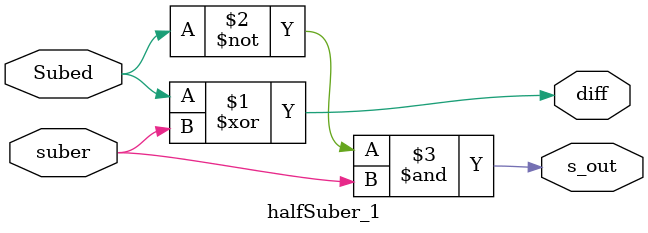
<source format=v>
module halfSuber_1 (
    input wire Subed,  //被减数
    input wire suber,  //减数

    output wire diff,  //减法差值输出
    output wire s_out //减法借位标志输出
);

    
    assign diff = Subed ^ suber;
    assign s_out = (~Subed) & suber;
    
endmodule
</source>
